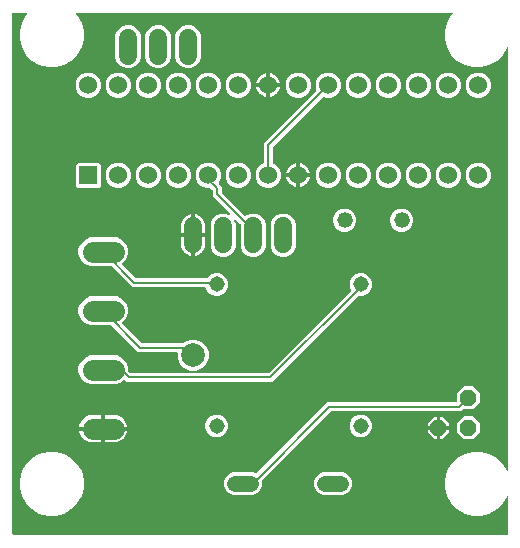
<source format=gbl>
G04 EAGLE Gerber RS-274X export*
G75*
%MOMM*%
%FSLAX34Y34*%
%LPD*%
%INBottom Copper*%
%IPPOS*%
%AMOC8*
5,1,8,0,0,1.08239X$1,22.5*%
G01*
%ADD10C,2.010000*%
%ADD11C,1.308000*%
%ADD12R,1.524000X1.524000*%
%ADD13C,1.524000*%
%ADD14C,1.524000*%
%ADD15C,1.320800*%
%ADD16C,1.790700*%
%ADD17P,1.429621X8X22.500000*%
%ADD18C,1.320800*%
%ADD19C,1.006400*%
%ADD20C,0.152400*%

G36*
X405698Y-63336D02*
X405698Y-63336D01*
X405717Y-63338D01*
X405819Y-63316D01*
X405921Y-63300D01*
X405938Y-63290D01*
X405958Y-63286D01*
X406047Y-63233D01*
X406138Y-63184D01*
X406152Y-63170D01*
X406169Y-63160D01*
X406236Y-63081D01*
X406308Y-63006D01*
X406316Y-62988D01*
X406329Y-62973D01*
X406368Y-62877D01*
X406411Y-62783D01*
X406413Y-62763D01*
X406421Y-62745D01*
X406439Y-62578D01*
X406439Y-31368D01*
X406432Y-31321D01*
X406433Y-31273D01*
X406412Y-31200D01*
X406400Y-31126D01*
X406377Y-31083D01*
X406363Y-31037D01*
X406320Y-30975D01*
X406284Y-30908D01*
X406250Y-30875D01*
X406222Y-30836D01*
X406161Y-30791D01*
X406106Y-30739D01*
X406063Y-30719D01*
X406024Y-30690D01*
X405952Y-30667D01*
X405883Y-30635D01*
X405835Y-30630D01*
X405790Y-30615D01*
X405714Y-30616D01*
X405639Y-30608D01*
X405592Y-30618D01*
X405544Y-30619D01*
X405472Y-30644D01*
X405398Y-30660D01*
X405357Y-30685D01*
X405312Y-30701D01*
X405252Y-30748D01*
X405187Y-30786D01*
X405156Y-30823D01*
X405118Y-30852D01*
X405042Y-30956D01*
X405027Y-30973D01*
X405025Y-30980D01*
X405019Y-30988D01*
X401734Y-36677D01*
X396677Y-41734D01*
X390484Y-45310D01*
X383576Y-47161D01*
X376424Y-47161D01*
X369516Y-45310D01*
X363323Y-41734D01*
X358266Y-36677D01*
X354690Y-30484D01*
X352839Y-23576D01*
X352839Y-16424D01*
X354690Y-9516D01*
X358266Y-3323D01*
X363323Y1734D01*
X369516Y5310D01*
X376424Y7161D01*
X383576Y7161D01*
X390484Y5310D01*
X396677Y1734D01*
X401734Y-3323D01*
X405019Y-9012D01*
X405049Y-9049D01*
X405072Y-9092D01*
X405127Y-9144D01*
X405175Y-9203D01*
X405215Y-9228D01*
X405250Y-9261D01*
X405319Y-9293D01*
X405383Y-9333D01*
X405430Y-9345D01*
X405473Y-9365D01*
X405548Y-9373D01*
X405622Y-9391D01*
X405670Y-9387D01*
X405717Y-9392D01*
X405792Y-9376D01*
X405867Y-9369D01*
X405911Y-9350D01*
X405958Y-9340D01*
X406023Y-9301D01*
X406092Y-9270D01*
X406128Y-9238D01*
X406169Y-9214D01*
X406218Y-9156D01*
X406274Y-9105D01*
X406298Y-9063D01*
X406329Y-9027D01*
X406357Y-8956D01*
X406394Y-8890D01*
X406403Y-8843D01*
X406421Y-8798D01*
X406435Y-8670D01*
X406439Y-8648D01*
X406438Y-8642D01*
X406439Y-8632D01*
X406439Y348632D01*
X406432Y348679D01*
X406433Y348727D01*
X406412Y348800D01*
X406400Y348874D01*
X406377Y348917D01*
X406363Y348963D01*
X406320Y349025D01*
X406284Y349092D01*
X406250Y349125D01*
X406222Y349164D01*
X406161Y349209D01*
X406106Y349261D01*
X406063Y349281D01*
X406024Y349310D01*
X405952Y349333D01*
X405883Y349365D01*
X405835Y349370D01*
X405790Y349385D01*
X405714Y349384D01*
X405639Y349392D01*
X405592Y349382D01*
X405544Y349381D01*
X405472Y349356D01*
X405398Y349340D01*
X405357Y349315D01*
X405312Y349299D01*
X405252Y349252D01*
X405187Y349214D01*
X405156Y349177D01*
X405118Y349148D01*
X405042Y349044D01*
X405027Y349027D01*
X405025Y349020D01*
X405019Y349012D01*
X401734Y343323D01*
X396677Y338266D01*
X390484Y334690D01*
X383576Y332839D01*
X376424Y332839D01*
X369516Y334690D01*
X363323Y338266D01*
X358266Y343323D01*
X354690Y349516D01*
X352839Y356424D01*
X352839Y363576D01*
X354690Y370484D01*
X358266Y376677D01*
X359129Y377540D01*
X359171Y377598D01*
X359220Y377650D01*
X359242Y377697D01*
X359272Y377739D01*
X359293Y377808D01*
X359324Y377873D01*
X359329Y377925D01*
X359345Y377975D01*
X359343Y378046D01*
X359351Y378117D01*
X359340Y378168D01*
X359338Y378220D01*
X359314Y378288D01*
X359298Y378358D01*
X359272Y378403D01*
X359254Y378451D01*
X359209Y378507D01*
X359172Y378569D01*
X359133Y378603D01*
X359100Y378643D01*
X359040Y378682D01*
X358985Y378729D01*
X358937Y378748D01*
X358893Y378776D01*
X358824Y378794D01*
X358757Y378821D01*
X358686Y378829D01*
X358655Y378837D01*
X358631Y378835D01*
X358590Y378839D01*
X41410Y378839D01*
X41339Y378828D01*
X41267Y378826D01*
X41218Y378808D01*
X41167Y378800D01*
X41104Y378766D01*
X41036Y378741D01*
X40996Y378709D01*
X40949Y378684D01*
X40900Y378632D01*
X40844Y378588D01*
X40816Y378544D01*
X40780Y378506D01*
X40750Y378441D01*
X40711Y378381D01*
X40698Y378330D01*
X40676Y378283D01*
X40669Y378212D01*
X40651Y378142D01*
X40655Y378090D01*
X40649Y378039D01*
X40665Y377968D01*
X40670Y377897D01*
X40691Y377849D01*
X40702Y377798D01*
X40738Y377737D01*
X40767Y377671D01*
X40811Y377615D01*
X40828Y377587D01*
X40846Y377572D01*
X40871Y377540D01*
X41734Y376677D01*
X45310Y370484D01*
X47161Y363576D01*
X47161Y356424D01*
X45310Y349516D01*
X41734Y343323D01*
X36677Y338266D01*
X30484Y334690D01*
X23576Y332839D01*
X16424Y332839D01*
X9516Y334690D01*
X3323Y338266D01*
X-1734Y343323D01*
X-5310Y349516D01*
X-7161Y356424D01*
X-7161Y363576D01*
X-5310Y370484D01*
X-1734Y376677D01*
X-871Y377540D01*
X-829Y377598D01*
X-780Y377650D01*
X-758Y377697D01*
X-728Y377739D01*
X-707Y377808D01*
X-676Y377873D01*
X-671Y377925D01*
X-655Y377975D01*
X-657Y378046D01*
X-649Y378117D01*
X-660Y378168D01*
X-662Y378220D01*
X-686Y378288D01*
X-702Y378358D01*
X-728Y378403D01*
X-746Y378451D01*
X-791Y378507D01*
X-828Y378569D01*
X-867Y378603D01*
X-900Y378643D01*
X-960Y378682D01*
X-1015Y378729D01*
X-1063Y378748D01*
X-1107Y378776D01*
X-1176Y378794D01*
X-1243Y378821D01*
X-1314Y378829D01*
X-1345Y378837D01*
X-1369Y378835D01*
X-1410Y378839D01*
X-12578Y378839D01*
X-12598Y378836D01*
X-12617Y378838D01*
X-12719Y378816D01*
X-12821Y378800D01*
X-12838Y378790D01*
X-12858Y378786D01*
X-12947Y378733D01*
X-13038Y378684D01*
X-13052Y378670D01*
X-13069Y378660D01*
X-13136Y378581D01*
X-13208Y378506D01*
X-13216Y378488D01*
X-13229Y378473D01*
X-13268Y378377D01*
X-13311Y378283D01*
X-13313Y378263D01*
X-13321Y378245D01*
X-13339Y378078D01*
X-13339Y-62578D01*
X-13336Y-62598D01*
X-13338Y-62617D01*
X-13316Y-62719D01*
X-13300Y-62821D01*
X-13290Y-62838D01*
X-13286Y-62858D01*
X-13233Y-62947D01*
X-13184Y-63038D01*
X-13170Y-63052D01*
X-13160Y-63069D01*
X-13081Y-63136D01*
X-13006Y-63208D01*
X-12988Y-63216D01*
X-12973Y-63229D01*
X-12877Y-63268D01*
X-12783Y-63311D01*
X-12763Y-63313D01*
X-12745Y-63321D01*
X-12578Y-63339D01*
X405678Y-63339D01*
X405698Y-63336D01*
G37*
%LPC*%
G36*
X52159Y64598D02*
X52159Y64598D01*
X47748Y66425D01*
X44372Y69801D01*
X42544Y74213D01*
X42544Y78987D01*
X44372Y83399D01*
X47748Y86775D01*
X52159Y88602D01*
X74841Y88602D01*
X79252Y86775D01*
X82628Y83399D01*
X84456Y78987D01*
X84456Y76249D01*
X84470Y76159D01*
X84478Y76068D01*
X84490Y76038D01*
X84495Y76006D01*
X84538Y75925D01*
X84574Y75841D01*
X84600Y75809D01*
X84611Y75789D01*
X84634Y75767D01*
X84679Y75710D01*
X86356Y74034D01*
X86430Y73981D01*
X86499Y73921D01*
X86529Y73909D01*
X86555Y73890D01*
X86642Y73863D01*
X86727Y73829D01*
X86768Y73825D01*
X86790Y73818D01*
X86823Y73819D01*
X86894Y73811D01*
X203106Y73811D01*
X203196Y73825D01*
X203287Y73833D01*
X203317Y73845D01*
X203349Y73850D01*
X203430Y73893D01*
X203514Y73929D01*
X203546Y73955D01*
X203566Y73966D01*
X203589Y73989D01*
X203644Y74034D01*
X273067Y143457D01*
X273136Y143551D01*
X273205Y143645D01*
X273207Y143651D01*
X273211Y143656D01*
X273245Y143768D01*
X273281Y143879D01*
X273281Y143885D01*
X273283Y143891D01*
X273280Y144008D01*
X273279Y144125D01*
X273277Y144132D01*
X273277Y144137D01*
X273271Y144155D01*
X273232Y144286D01*
X272111Y146993D01*
X272111Y150807D01*
X273571Y154332D01*
X276268Y157029D01*
X279793Y158489D01*
X283607Y158489D01*
X287132Y157029D01*
X289829Y154332D01*
X291289Y150807D01*
X291289Y146993D01*
X289829Y143468D01*
X287132Y140771D01*
X283607Y139311D01*
X280016Y139311D01*
X279926Y139297D01*
X279835Y139289D01*
X279805Y139277D01*
X279773Y139272D01*
X279692Y139229D01*
X279608Y139193D01*
X279576Y139167D01*
X279556Y139156D01*
X279533Y139133D01*
X279478Y139088D01*
X206578Y66189D01*
X83422Y66189D01*
X81757Y67854D01*
X81741Y67865D01*
X81729Y67881D01*
X81641Y67937D01*
X81558Y67997D01*
X81539Y68003D01*
X81522Y68014D01*
X81421Y68039D01*
X81322Y68069D01*
X81303Y68069D01*
X81283Y68074D01*
X81180Y68066D01*
X81077Y68063D01*
X81058Y68056D01*
X81038Y68055D01*
X80943Y68014D01*
X80846Y67979D01*
X80830Y67966D01*
X80812Y67958D01*
X80681Y67854D01*
X79252Y66425D01*
X74841Y64598D01*
X52159Y64598D01*
G37*
%LPD*%
%LPC*%
G36*
X173376Y-29653D02*
X173376Y-29653D01*
X169828Y-28183D01*
X167113Y-25468D01*
X165643Y-21920D01*
X165643Y-18080D01*
X167113Y-14532D01*
X169828Y-11817D01*
X173376Y-10347D01*
X190424Y-10347D01*
X192669Y-11277D01*
X192783Y-11304D01*
X192896Y-11332D01*
X192902Y-11332D01*
X192909Y-11333D01*
X193025Y-11322D01*
X193141Y-11313D01*
X193147Y-11311D01*
X193153Y-11310D01*
X193261Y-11262D01*
X193368Y-11217D01*
X193374Y-11212D01*
X193378Y-11210D01*
X193392Y-11198D01*
X193499Y-11112D01*
X253422Y48811D01*
X362286Y48811D01*
X362306Y48814D01*
X362325Y48812D01*
X362427Y48834D01*
X362529Y48850D01*
X362546Y48860D01*
X362566Y48864D01*
X362655Y48917D01*
X362746Y48966D01*
X362760Y48980D01*
X362777Y48990D01*
X362844Y49069D01*
X362916Y49144D01*
X362924Y49162D01*
X362937Y49177D01*
X362976Y49273D01*
X363019Y49367D01*
X363021Y49387D01*
X363029Y49405D01*
X363047Y49572D01*
X363047Y56698D01*
X368702Y62353D01*
X376698Y62353D01*
X382353Y56698D01*
X382353Y48702D01*
X376698Y43047D01*
X368752Y43047D01*
X368662Y43033D01*
X368571Y43025D01*
X368541Y43013D01*
X368509Y43008D01*
X368428Y42965D01*
X368344Y42929D01*
X368312Y42903D01*
X368292Y42892D01*
X368269Y42869D01*
X368214Y42824D01*
X366578Y41189D01*
X256894Y41189D01*
X256804Y41175D01*
X256713Y41167D01*
X256683Y41155D01*
X256651Y41150D01*
X256570Y41107D01*
X256486Y41071D01*
X256454Y41045D01*
X256434Y41034D01*
X256411Y41011D01*
X256356Y40966D01*
X198268Y-17121D01*
X198205Y-17209D01*
X198179Y-17236D01*
X198169Y-17257D01*
X198130Y-17310D01*
X198128Y-17316D01*
X198125Y-17321D01*
X198095Y-17417D01*
X198075Y-17459D01*
X198072Y-17488D01*
X198054Y-17544D01*
X198054Y-17550D01*
X198052Y-17556D01*
X198055Y-17647D01*
X198048Y-17704D01*
X198056Y-17739D01*
X198056Y-17790D01*
X198059Y-17797D01*
X198059Y-17802D01*
X198065Y-17819D01*
X198098Y-17934D01*
X198101Y-17944D01*
X198102Y-17946D01*
X198103Y-17951D01*
X198157Y-18080D01*
X198157Y-21920D01*
X196687Y-25468D01*
X193972Y-28183D01*
X190424Y-29653D01*
X173376Y-29653D01*
G37*
%LPD*%
%LPC*%
G36*
X16424Y-47161D02*
X16424Y-47161D01*
X9516Y-45310D01*
X3323Y-41734D01*
X-1734Y-36677D01*
X-5310Y-30484D01*
X-7161Y-23576D01*
X-7161Y-16424D01*
X-5310Y-9516D01*
X-1734Y-3323D01*
X3323Y1734D01*
X9516Y5310D01*
X16424Y7161D01*
X23576Y7161D01*
X30484Y5310D01*
X36677Y1734D01*
X41734Y-3323D01*
X45310Y-9516D01*
X47161Y-16424D01*
X47161Y-23576D01*
X45310Y-30484D01*
X41734Y-36677D01*
X36677Y-41734D01*
X30484Y-45310D01*
X23576Y-47161D01*
X16424Y-47161D01*
G37*
%LPD*%
%LPC*%
G36*
X162978Y172211D02*
X162978Y172211D01*
X159057Y173835D01*
X156055Y176837D01*
X154431Y180758D01*
X154431Y200242D01*
X156055Y204163D01*
X159057Y207165D01*
X162978Y208789D01*
X167222Y208789D01*
X169832Y207708D01*
X169898Y207692D01*
X169918Y207684D01*
X169938Y207682D01*
X170020Y207657D01*
X170046Y207658D01*
X170071Y207652D01*
X170168Y207661D01*
X170266Y207663D01*
X170290Y207672D01*
X170316Y207675D01*
X170405Y207714D01*
X170497Y207748D01*
X170517Y207764D01*
X170541Y207775D01*
X170613Y207840D01*
X170689Y207901D01*
X170703Y207923D01*
X170722Y207941D01*
X170769Y208026D01*
X170822Y208108D01*
X170828Y208134D01*
X170841Y208157D01*
X170858Y208253D01*
X170882Y208347D01*
X170880Y208373D01*
X170884Y208399D01*
X170870Y208495D01*
X170863Y208592D01*
X170852Y208616D01*
X170849Y208642D01*
X170804Y208729D01*
X170766Y208818D01*
X170746Y208844D01*
X170737Y208861D01*
X170713Y208884D01*
X170696Y208906D01*
X170689Y208918D01*
X170681Y208925D01*
X170661Y208949D01*
X156189Y223422D01*
X156189Y228106D01*
X156175Y228196D01*
X156167Y228287D01*
X156155Y228317D01*
X156150Y228349D01*
X156107Y228430D01*
X156071Y228514D01*
X156045Y228546D01*
X156034Y228566D01*
X156011Y228589D01*
X155966Y228644D01*
X154202Y230408D01*
X154129Y230461D01*
X154059Y230521D01*
X154029Y230533D01*
X154003Y230552D01*
X153916Y230579D01*
X153831Y230613D01*
X153790Y230617D01*
X153768Y230624D01*
X153735Y230623D01*
X153664Y230631D01*
X150278Y230631D01*
X146357Y232255D01*
X143355Y235257D01*
X141731Y239178D01*
X141731Y243422D01*
X143355Y247343D01*
X146357Y250345D01*
X150278Y251969D01*
X154522Y251969D01*
X158443Y250345D01*
X161445Y247343D01*
X163069Y243422D01*
X163069Y239178D01*
X161445Y235257D01*
X161327Y235139D01*
X161315Y235123D01*
X161300Y235110D01*
X161244Y235023D01*
X161183Y234939D01*
X161177Y234920D01*
X161167Y234903D01*
X161141Y234803D01*
X161111Y234704D01*
X161111Y234684D01*
X161107Y234665D01*
X161115Y234562D01*
X161117Y234458D01*
X161124Y234440D01*
X161126Y234420D01*
X161166Y234325D01*
X161202Y234227D01*
X161214Y234212D01*
X161222Y234193D01*
X161327Y234062D01*
X163811Y231578D01*
X163811Y226894D01*
X163825Y226804D01*
X163833Y226713D01*
X163845Y226683D01*
X163850Y226651D01*
X163893Y226570D01*
X163929Y226486D01*
X163955Y226454D01*
X163966Y226434D01*
X163989Y226411D01*
X164034Y226356D01*
X183302Y207087D01*
X183319Y207075D01*
X183331Y207060D01*
X183418Y207003D01*
X183502Y206943D01*
X183521Y206937D01*
X183538Y206927D01*
X183638Y206901D01*
X183737Y206871D01*
X183757Y206871D01*
X183776Y206867D01*
X183879Y206875D01*
X183983Y206877D01*
X184002Y206884D01*
X184022Y206886D01*
X184116Y206926D01*
X184214Y206962D01*
X184230Y206974D01*
X184248Y206982D01*
X184379Y207087D01*
X184457Y207165D01*
X188378Y208789D01*
X192622Y208789D01*
X196543Y207165D01*
X199545Y204163D01*
X201169Y200242D01*
X201169Y180758D01*
X199545Y176837D01*
X196543Y173835D01*
X192622Y172211D01*
X188378Y172211D01*
X184457Y173835D01*
X181455Y176837D01*
X179831Y180758D01*
X179831Y199464D01*
X179817Y199554D01*
X179809Y199645D01*
X179797Y199675D01*
X179792Y199707D01*
X179749Y199788D01*
X179713Y199872D01*
X179687Y199904D01*
X179676Y199924D01*
X179653Y199947D01*
X179608Y200002D01*
X175929Y203681D01*
X175850Y203738D01*
X175775Y203800D01*
X175751Y203810D01*
X175730Y203825D01*
X175637Y203854D01*
X175546Y203889D01*
X175520Y203890D01*
X175495Y203897D01*
X175397Y203895D01*
X175300Y203899D01*
X175275Y203892D01*
X175249Y203891D01*
X175157Y203857D01*
X175064Y203830D01*
X175042Y203816D01*
X175018Y203807D01*
X174942Y203746D01*
X174862Y203690D01*
X174846Y203669D01*
X174826Y203653D01*
X174773Y203571D01*
X174715Y203493D01*
X174707Y203468D01*
X174693Y203446D01*
X174669Y203352D01*
X174639Y203259D01*
X174639Y203233D01*
X174633Y203207D01*
X174640Y203110D01*
X174641Y203013D01*
X174650Y202982D01*
X174652Y202962D01*
X174665Y202932D01*
X174688Y202852D01*
X175769Y200242D01*
X175769Y180758D01*
X174145Y176837D01*
X171143Y173835D01*
X167222Y172211D01*
X162978Y172211D01*
G37*
%LPD*%
%LPC*%
G36*
X137095Y75801D02*
X137095Y75801D01*
X132280Y77795D01*
X128595Y81480D01*
X126601Y86295D01*
X126601Y90428D01*
X126598Y90448D01*
X126600Y90467D01*
X126578Y90569D01*
X126562Y90671D01*
X126552Y90688D01*
X126548Y90708D01*
X126495Y90797D01*
X126446Y90888D01*
X126432Y90902D01*
X126422Y90919D01*
X126343Y90986D01*
X126268Y91058D01*
X126250Y91066D01*
X126235Y91079D01*
X126139Y91118D01*
X126045Y91161D01*
X126025Y91163D01*
X126007Y91171D01*
X125840Y91189D01*
X93422Y91189D01*
X90966Y93644D01*
X70236Y114375D01*
X70162Y114428D01*
X70093Y114487D01*
X70062Y114500D01*
X70036Y114518D01*
X69949Y114545D01*
X69864Y114579D01*
X69824Y114584D01*
X69801Y114591D01*
X69769Y114590D01*
X69698Y114598D01*
X52159Y114598D01*
X47748Y116425D01*
X44372Y119801D01*
X42544Y124213D01*
X42544Y128987D01*
X44372Y133399D01*
X47748Y136775D01*
X52159Y138602D01*
X74841Y138602D01*
X79252Y136775D01*
X82628Y133399D01*
X84456Y128987D01*
X84456Y124213D01*
X82628Y119801D01*
X79646Y116819D01*
X79635Y116803D01*
X79619Y116791D01*
X79563Y116703D01*
X79503Y116620D01*
X79497Y116601D01*
X79486Y116584D01*
X79461Y116483D01*
X79431Y116384D01*
X79431Y116365D01*
X79426Y116345D01*
X79434Y116242D01*
X79437Y116139D01*
X79444Y116120D01*
X79445Y116100D01*
X79486Y116005D01*
X79521Y115908D01*
X79534Y115892D01*
X79542Y115874D01*
X79646Y115743D01*
X96356Y99034D01*
X96429Y98981D01*
X96499Y98921D01*
X96529Y98909D01*
X96555Y98890D01*
X96642Y98863D01*
X96727Y98829D01*
X96768Y98825D01*
X96790Y98818D01*
X96823Y98819D01*
X96894Y98811D01*
X130771Y98811D01*
X130861Y98825D01*
X130952Y98833D01*
X130982Y98845D01*
X131014Y98850D01*
X131094Y98893D01*
X131178Y98929D01*
X131210Y98955D01*
X131231Y98966D01*
X131253Y98989D01*
X131309Y99034D01*
X132280Y100005D01*
X137095Y101999D01*
X142305Y101999D01*
X147120Y100005D01*
X150805Y96320D01*
X152799Y91505D01*
X152799Y86295D01*
X150805Y81480D01*
X147120Y77795D01*
X142305Y75801D01*
X137095Y75801D01*
G37*
%LPD*%
%LPC*%
G36*
X157793Y139311D02*
X157793Y139311D01*
X154268Y140771D01*
X151571Y143468D01*
X150639Y145719D01*
X150577Y145819D01*
X150517Y145919D01*
X150512Y145923D01*
X150509Y145928D01*
X150419Y146003D01*
X150330Y146079D01*
X150324Y146081D01*
X150320Y146085D01*
X150211Y146127D01*
X150102Y146171D01*
X150095Y146172D01*
X150090Y146173D01*
X150072Y146174D01*
X149935Y146189D01*
X88422Y146189D01*
X70236Y164375D01*
X70162Y164428D01*
X70093Y164487D01*
X70062Y164500D01*
X70036Y164518D01*
X69949Y164545D01*
X69864Y164579D01*
X69823Y164584D01*
X69801Y164591D01*
X69769Y164590D01*
X69698Y164598D01*
X52159Y164598D01*
X47748Y166425D01*
X44372Y169801D01*
X42544Y174213D01*
X42544Y178987D01*
X44372Y183399D01*
X47748Y186775D01*
X52159Y188602D01*
X74841Y188602D01*
X79252Y186775D01*
X82628Y183399D01*
X84456Y178987D01*
X84456Y174213D01*
X82628Y169801D01*
X79646Y166819D01*
X79635Y166803D01*
X79619Y166791D01*
X79563Y166703D01*
X79503Y166620D01*
X79497Y166601D01*
X79486Y166584D01*
X79461Y166483D01*
X79431Y166384D01*
X79431Y166365D01*
X79426Y166345D01*
X79434Y166242D01*
X79437Y166139D01*
X79444Y166120D01*
X79445Y166100D01*
X79486Y166005D01*
X79521Y165908D01*
X79534Y165892D01*
X79542Y165874D01*
X79646Y165743D01*
X91356Y154034D01*
X91429Y153981D01*
X91499Y153921D01*
X91529Y153909D01*
X91555Y153890D01*
X91642Y153863D01*
X91727Y153829D01*
X91768Y153825D01*
X91790Y153818D01*
X91823Y153819D01*
X91894Y153811D01*
X150847Y153811D01*
X150961Y153829D01*
X151078Y153847D01*
X151083Y153849D01*
X151089Y153850D01*
X151192Y153905D01*
X151297Y153958D01*
X151301Y153963D01*
X151307Y153966D01*
X151388Y154051D01*
X151469Y154134D01*
X151473Y154140D01*
X151476Y154144D01*
X151484Y154161D01*
X151550Y154281D01*
X151571Y154332D01*
X154268Y157029D01*
X157793Y158489D01*
X161607Y158489D01*
X165132Y157029D01*
X167829Y154332D01*
X169289Y150807D01*
X169289Y146993D01*
X167829Y143468D01*
X165132Y140771D01*
X161607Y139311D01*
X157793Y139311D01*
G37*
%LPD*%
%LPC*%
G36*
X201078Y230631D02*
X201078Y230631D01*
X197157Y232255D01*
X194155Y235257D01*
X192531Y239178D01*
X192531Y243422D01*
X194155Y247343D01*
X197157Y250345D01*
X198919Y251075D01*
X199019Y251137D01*
X199119Y251196D01*
X199123Y251201D01*
X199128Y251204D01*
X199203Y251295D01*
X199279Y251383D01*
X199281Y251389D01*
X199285Y251394D01*
X199327Y251502D01*
X199371Y251611D01*
X199372Y251619D01*
X199373Y251623D01*
X199374Y251642D01*
X199389Y251778D01*
X199389Y268278D01*
X243896Y312786D01*
X243964Y312880D01*
X244034Y312974D01*
X244036Y312980D01*
X244040Y312985D01*
X244074Y313096D01*
X244110Y313208D01*
X244110Y313214D01*
X244112Y313220D01*
X244109Y313337D01*
X244108Y313454D01*
X244106Y313461D01*
X244106Y313466D01*
X244099Y313484D01*
X244061Y313615D01*
X243331Y315378D01*
X243331Y319622D01*
X244955Y323543D01*
X247957Y326545D01*
X251878Y328169D01*
X256122Y328169D01*
X260043Y326545D01*
X263045Y323543D01*
X264669Y319622D01*
X264669Y315378D01*
X263045Y311457D01*
X260043Y308455D01*
X256122Y306831D01*
X251878Y306831D01*
X250115Y307561D01*
X250002Y307588D01*
X249888Y307617D01*
X249882Y307616D01*
X249876Y307618D01*
X249759Y307607D01*
X249643Y307597D01*
X249637Y307595D01*
X249631Y307594D01*
X249523Y307547D01*
X249417Y307501D01*
X249411Y307497D01*
X249406Y307494D01*
X249392Y307482D01*
X249286Y307396D01*
X207234Y265344D01*
X207181Y265271D01*
X207121Y265201D01*
X207109Y265171D01*
X207090Y265145D01*
X207063Y265058D01*
X207029Y264973D01*
X207025Y264932D01*
X207018Y264910D01*
X207019Y264877D01*
X207011Y264806D01*
X207011Y251778D01*
X207030Y251663D01*
X207047Y251547D01*
X207049Y251541D01*
X207050Y251535D01*
X207105Y251432D01*
X207158Y251328D01*
X207163Y251323D01*
X207166Y251318D01*
X207250Y251238D01*
X207334Y251156D01*
X207340Y251152D01*
X207344Y251148D01*
X207361Y251141D01*
X207481Y251075D01*
X209243Y250345D01*
X212245Y247343D01*
X213869Y243422D01*
X213869Y239178D01*
X212245Y235257D01*
X209243Y232255D01*
X205322Y230631D01*
X201078Y230631D01*
G37*
%LPD*%
%LPC*%
G36*
X133278Y331711D02*
X133278Y331711D01*
X129357Y333335D01*
X126355Y336337D01*
X124731Y340258D01*
X124731Y359742D01*
X126355Y363663D01*
X129357Y366665D01*
X133278Y368289D01*
X137522Y368289D01*
X141443Y366665D01*
X144445Y363663D01*
X146069Y359742D01*
X146069Y340258D01*
X144445Y336337D01*
X141443Y333335D01*
X137522Y331711D01*
X133278Y331711D01*
G37*
%LPD*%
%LPC*%
G36*
X107878Y331711D02*
X107878Y331711D01*
X103957Y333335D01*
X100955Y336337D01*
X99331Y340258D01*
X99331Y359742D01*
X100955Y363663D01*
X103957Y366665D01*
X107878Y368289D01*
X112122Y368289D01*
X116043Y366665D01*
X119045Y363663D01*
X120669Y359742D01*
X120669Y340258D01*
X119045Y336337D01*
X116043Y333335D01*
X112122Y331711D01*
X107878Y331711D01*
G37*
%LPD*%
%LPC*%
G36*
X82478Y331711D02*
X82478Y331711D01*
X78557Y333335D01*
X75555Y336337D01*
X73931Y340258D01*
X73931Y359742D01*
X75555Y363663D01*
X78557Y366665D01*
X82478Y368289D01*
X86722Y368289D01*
X90643Y366665D01*
X93645Y363663D01*
X95269Y359742D01*
X95269Y340258D01*
X93645Y336337D01*
X90643Y333335D01*
X86722Y331711D01*
X82478Y331711D01*
G37*
%LPD*%
%LPC*%
G36*
X213778Y172211D02*
X213778Y172211D01*
X209857Y173835D01*
X206855Y176837D01*
X205231Y180758D01*
X205231Y200242D01*
X206855Y204163D01*
X209857Y207165D01*
X213778Y208789D01*
X218022Y208789D01*
X221943Y207165D01*
X224945Y204163D01*
X226569Y200242D01*
X226569Y180758D01*
X224945Y176837D01*
X221943Y173835D01*
X218022Y172211D01*
X213778Y172211D01*
G37*
%LPD*%
%LPC*%
G36*
X249576Y-29653D02*
X249576Y-29653D01*
X246028Y-28183D01*
X243313Y-25468D01*
X241843Y-21920D01*
X241843Y-18080D01*
X243313Y-14532D01*
X246028Y-11817D01*
X249576Y-10347D01*
X266624Y-10347D01*
X270172Y-11817D01*
X272887Y-14532D01*
X274357Y-18080D01*
X274357Y-21920D01*
X272887Y-25468D01*
X270172Y-28183D01*
X266624Y-29653D01*
X249576Y-29653D01*
G37*
%LPD*%
%LPC*%
G36*
X41917Y230631D02*
X41917Y230631D01*
X40131Y232417D01*
X40131Y250183D01*
X41917Y251969D01*
X59683Y251969D01*
X61469Y250183D01*
X61469Y232417D01*
X59683Y230631D01*
X41917Y230631D01*
G37*
%LPD*%
%LPC*%
G36*
X302678Y306831D02*
X302678Y306831D01*
X298757Y308455D01*
X295755Y311457D01*
X294131Y315378D01*
X294131Y319622D01*
X295755Y323543D01*
X298757Y326545D01*
X302678Y328169D01*
X306922Y328169D01*
X310843Y326545D01*
X313845Y323543D01*
X315469Y319622D01*
X315469Y315378D01*
X313845Y311457D01*
X310843Y308455D01*
X306922Y306831D01*
X302678Y306831D01*
G37*
%LPD*%
%LPC*%
G36*
X74078Y306831D02*
X74078Y306831D01*
X70157Y308455D01*
X67155Y311457D01*
X65531Y315378D01*
X65531Y319622D01*
X67155Y323543D01*
X70157Y326545D01*
X74078Y328169D01*
X78322Y328169D01*
X82243Y326545D01*
X85245Y323543D01*
X86869Y319622D01*
X86869Y315378D01*
X85245Y311457D01*
X82243Y308455D01*
X78322Y306831D01*
X74078Y306831D01*
G37*
%LPD*%
%LPC*%
G36*
X99478Y306831D02*
X99478Y306831D01*
X95557Y308455D01*
X92555Y311457D01*
X90931Y315378D01*
X90931Y319622D01*
X92555Y323543D01*
X95557Y326545D01*
X99478Y328169D01*
X103722Y328169D01*
X107643Y326545D01*
X110645Y323543D01*
X112269Y319622D01*
X112269Y315378D01*
X110645Y311457D01*
X107643Y308455D01*
X103722Y306831D01*
X99478Y306831D01*
G37*
%LPD*%
%LPC*%
G36*
X226478Y306831D02*
X226478Y306831D01*
X222557Y308455D01*
X219555Y311457D01*
X217931Y315378D01*
X217931Y319622D01*
X219555Y323543D01*
X222557Y326545D01*
X226478Y328169D01*
X230722Y328169D01*
X234643Y326545D01*
X237645Y323543D01*
X239269Y319622D01*
X239269Y315378D01*
X237645Y311457D01*
X234643Y308455D01*
X230722Y306831D01*
X226478Y306831D01*
G37*
%LPD*%
%LPC*%
G36*
X48678Y306831D02*
X48678Y306831D01*
X44757Y308455D01*
X41755Y311457D01*
X40131Y315378D01*
X40131Y319622D01*
X41755Y323543D01*
X44757Y326545D01*
X48678Y328169D01*
X52922Y328169D01*
X56843Y326545D01*
X59845Y323543D01*
X61469Y319622D01*
X61469Y315378D01*
X59845Y311457D01*
X56843Y308455D01*
X52922Y306831D01*
X48678Y306831D01*
G37*
%LPD*%
%LPC*%
G36*
X150278Y306831D02*
X150278Y306831D01*
X146357Y308455D01*
X143355Y311457D01*
X141731Y315378D01*
X141731Y319622D01*
X143355Y323543D01*
X146357Y326545D01*
X150278Y328169D01*
X154522Y328169D01*
X158443Y326545D01*
X161445Y323543D01*
X163069Y319622D01*
X163069Y315378D01*
X161445Y311457D01*
X158443Y308455D01*
X154522Y306831D01*
X150278Y306831D01*
G37*
%LPD*%
%LPC*%
G36*
X124878Y306831D02*
X124878Y306831D01*
X120957Y308455D01*
X117955Y311457D01*
X116331Y315378D01*
X116331Y319622D01*
X117955Y323543D01*
X120957Y326545D01*
X124878Y328169D01*
X129122Y328169D01*
X133043Y326545D01*
X136045Y323543D01*
X137669Y319622D01*
X137669Y315378D01*
X136045Y311457D01*
X133043Y308455D01*
X129122Y306831D01*
X124878Y306831D01*
G37*
%LPD*%
%LPC*%
G36*
X175678Y306831D02*
X175678Y306831D01*
X171757Y308455D01*
X168755Y311457D01*
X167131Y315378D01*
X167131Y319622D01*
X168755Y323543D01*
X171757Y326545D01*
X175678Y328169D01*
X179922Y328169D01*
X183843Y326545D01*
X186845Y323543D01*
X188469Y319622D01*
X188469Y315378D01*
X186845Y311457D01*
X183843Y308455D01*
X179922Y306831D01*
X175678Y306831D01*
G37*
%LPD*%
%LPC*%
G36*
X378878Y306831D02*
X378878Y306831D01*
X374957Y308455D01*
X371955Y311457D01*
X370331Y315378D01*
X370331Y319622D01*
X371955Y323543D01*
X374957Y326545D01*
X378878Y328169D01*
X383122Y328169D01*
X387043Y326545D01*
X390045Y323543D01*
X391669Y319622D01*
X391669Y315378D01*
X390045Y311457D01*
X387043Y308455D01*
X383122Y306831D01*
X378878Y306831D01*
G37*
%LPD*%
%LPC*%
G36*
X353478Y306831D02*
X353478Y306831D01*
X349557Y308455D01*
X346555Y311457D01*
X344931Y315378D01*
X344931Y319622D01*
X346555Y323543D01*
X349557Y326545D01*
X353478Y328169D01*
X357722Y328169D01*
X361643Y326545D01*
X364645Y323543D01*
X366269Y319622D01*
X366269Y315378D01*
X364645Y311457D01*
X361643Y308455D01*
X357722Y306831D01*
X353478Y306831D01*
G37*
%LPD*%
%LPC*%
G36*
X328078Y306831D02*
X328078Y306831D01*
X324157Y308455D01*
X321155Y311457D01*
X319531Y315378D01*
X319531Y319622D01*
X321155Y323543D01*
X324157Y326545D01*
X328078Y328169D01*
X332322Y328169D01*
X336243Y326545D01*
X339245Y323543D01*
X340869Y319622D01*
X340869Y315378D01*
X339245Y311457D01*
X336243Y308455D01*
X332322Y306831D01*
X328078Y306831D01*
G37*
%LPD*%
%LPC*%
G36*
X124878Y230631D02*
X124878Y230631D01*
X120957Y232255D01*
X117955Y235257D01*
X116331Y239178D01*
X116331Y243422D01*
X117955Y247343D01*
X120957Y250345D01*
X124878Y251969D01*
X129122Y251969D01*
X133043Y250345D01*
X136045Y247343D01*
X137669Y243422D01*
X137669Y239178D01*
X136045Y235257D01*
X133043Y232255D01*
X129122Y230631D01*
X124878Y230631D01*
G37*
%LPD*%
%LPC*%
G36*
X353478Y230631D02*
X353478Y230631D01*
X349557Y232255D01*
X346555Y235257D01*
X344931Y239178D01*
X344931Y243422D01*
X346555Y247343D01*
X349557Y250345D01*
X353478Y251969D01*
X357722Y251969D01*
X361643Y250345D01*
X364645Y247343D01*
X366269Y243422D01*
X366269Y239178D01*
X364645Y235257D01*
X361643Y232255D01*
X357722Y230631D01*
X353478Y230631D01*
G37*
%LPD*%
%LPC*%
G36*
X277278Y230631D02*
X277278Y230631D01*
X273357Y232255D01*
X270355Y235257D01*
X268731Y239178D01*
X268731Y243422D01*
X270355Y247343D01*
X273357Y250345D01*
X277278Y251969D01*
X281522Y251969D01*
X285443Y250345D01*
X288445Y247343D01*
X290069Y243422D01*
X290069Y239178D01*
X288445Y235257D01*
X285443Y232255D01*
X281522Y230631D01*
X277278Y230631D01*
G37*
%LPD*%
%LPC*%
G36*
X277278Y306831D02*
X277278Y306831D01*
X273357Y308455D01*
X270355Y311457D01*
X268731Y315378D01*
X268731Y319622D01*
X270355Y323543D01*
X273357Y326545D01*
X277278Y328169D01*
X281522Y328169D01*
X285443Y326545D01*
X288445Y323543D01*
X290069Y319622D01*
X290069Y315378D01*
X288445Y311457D01*
X285443Y308455D01*
X281522Y306831D01*
X277278Y306831D01*
G37*
%LPD*%
%LPC*%
G36*
X99478Y230631D02*
X99478Y230631D01*
X95557Y232255D01*
X92555Y235257D01*
X90931Y239178D01*
X90931Y243422D01*
X92555Y247343D01*
X95557Y250345D01*
X99478Y251969D01*
X103722Y251969D01*
X107643Y250345D01*
X110645Y247343D01*
X112269Y243422D01*
X112269Y239178D01*
X110645Y235257D01*
X107643Y232255D01*
X103722Y230631D01*
X99478Y230631D01*
G37*
%LPD*%
%LPC*%
G36*
X378878Y230631D02*
X378878Y230631D01*
X374957Y232255D01*
X371955Y235257D01*
X370331Y239178D01*
X370331Y243422D01*
X371955Y247343D01*
X374957Y250345D01*
X378878Y251969D01*
X383122Y251969D01*
X387043Y250345D01*
X390045Y247343D01*
X391669Y243422D01*
X391669Y239178D01*
X390045Y235257D01*
X387043Y232255D01*
X383122Y230631D01*
X378878Y230631D01*
G37*
%LPD*%
%LPC*%
G36*
X328078Y230631D02*
X328078Y230631D01*
X324157Y232255D01*
X321155Y235257D01*
X319531Y239178D01*
X319531Y243422D01*
X321155Y247343D01*
X324157Y250345D01*
X328078Y251969D01*
X332322Y251969D01*
X336243Y250345D01*
X339245Y247343D01*
X340869Y243422D01*
X340869Y239178D01*
X339245Y235257D01*
X336243Y232255D01*
X332322Y230631D01*
X328078Y230631D01*
G37*
%LPD*%
%LPC*%
G36*
X302678Y230631D02*
X302678Y230631D01*
X298757Y232255D01*
X295755Y235257D01*
X294131Y239178D01*
X294131Y243422D01*
X295755Y247343D01*
X298757Y250345D01*
X302678Y251969D01*
X306922Y251969D01*
X310843Y250345D01*
X313845Y247343D01*
X315469Y243422D01*
X315469Y239178D01*
X313845Y235257D01*
X310843Y232255D01*
X306922Y230631D01*
X302678Y230631D01*
G37*
%LPD*%
%LPC*%
G36*
X251878Y230631D02*
X251878Y230631D01*
X247957Y232255D01*
X244955Y235257D01*
X243331Y239178D01*
X243331Y243422D01*
X244955Y247343D01*
X247957Y250345D01*
X251878Y251969D01*
X256122Y251969D01*
X260043Y250345D01*
X263045Y247343D01*
X264669Y243422D01*
X264669Y239178D01*
X263045Y235257D01*
X260043Y232255D01*
X256122Y230631D01*
X251878Y230631D01*
G37*
%LPD*%
%LPC*%
G36*
X175678Y230631D02*
X175678Y230631D01*
X171757Y232255D01*
X168755Y235257D01*
X167131Y239178D01*
X167131Y243422D01*
X168755Y247343D01*
X171757Y250345D01*
X175678Y251969D01*
X179922Y251969D01*
X183843Y250345D01*
X186845Y247343D01*
X188469Y243422D01*
X188469Y239178D01*
X186845Y235257D01*
X183843Y232255D01*
X179922Y230631D01*
X175678Y230631D01*
G37*
%LPD*%
%LPC*%
G36*
X74078Y230631D02*
X74078Y230631D01*
X70157Y232255D01*
X67155Y235257D01*
X65531Y239178D01*
X65531Y243422D01*
X67155Y247343D01*
X70157Y250345D01*
X74078Y251969D01*
X78322Y251969D01*
X82243Y250345D01*
X85245Y247343D01*
X86869Y243422D01*
X86869Y239178D01*
X85245Y235257D01*
X82243Y232255D01*
X78322Y230631D01*
X74078Y230631D01*
G37*
%LPD*%
%LPC*%
G36*
X368702Y17647D02*
X368702Y17647D01*
X363047Y23302D01*
X363047Y31298D01*
X368702Y36953D01*
X376698Y36953D01*
X382353Y31298D01*
X382353Y23302D01*
X376698Y17647D01*
X368702Y17647D01*
G37*
%LPD*%
%LPC*%
G36*
X314310Y193547D02*
X314310Y193547D01*
X310762Y195017D01*
X308047Y197732D01*
X306577Y201280D01*
X306577Y205120D01*
X308047Y208668D01*
X310762Y211383D01*
X314310Y212853D01*
X318150Y212853D01*
X321698Y211383D01*
X324413Y208668D01*
X325883Y205120D01*
X325883Y201280D01*
X324413Y197732D01*
X321698Y195017D01*
X318150Y193547D01*
X314310Y193547D01*
G37*
%LPD*%
%LPC*%
G36*
X266050Y193547D02*
X266050Y193547D01*
X262502Y195017D01*
X259787Y197732D01*
X258317Y201280D01*
X258317Y205120D01*
X259787Y208668D01*
X262502Y211383D01*
X266050Y212853D01*
X269890Y212853D01*
X273438Y211383D01*
X276153Y208668D01*
X277623Y205120D01*
X277623Y201280D01*
X276153Y197732D01*
X273438Y195017D01*
X269890Y193547D01*
X266050Y193547D01*
G37*
%LPD*%
%LPC*%
G36*
X279793Y19311D02*
X279793Y19311D01*
X276268Y20771D01*
X273571Y23468D01*
X272111Y26993D01*
X272111Y30807D01*
X273571Y34332D01*
X276268Y37029D01*
X279793Y38489D01*
X283607Y38489D01*
X287132Y37029D01*
X289829Y34332D01*
X291289Y30807D01*
X291289Y26993D01*
X289829Y23468D01*
X287132Y20771D01*
X283607Y19311D01*
X279793Y19311D01*
G37*
%LPD*%
%LPC*%
G36*
X157793Y19311D02*
X157793Y19311D01*
X154268Y20771D01*
X151571Y23468D01*
X150111Y26993D01*
X150111Y30807D01*
X151571Y34332D01*
X154268Y37029D01*
X157793Y38489D01*
X161607Y38489D01*
X165132Y37029D01*
X167829Y34332D01*
X169289Y30807D01*
X169289Y26993D01*
X167829Y23468D01*
X165132Y20771D01*
X161607Y19311D01*
X157793Y19311D01*
G37*
%LPD*%
%LPC*%
G36*
X65023Y28123D02*
X65023Y28123D01*
X65023Y38094D01*
X73358Y38094D01*
X75145Y37811D01*
X76866Y37252D01*
X78478Y36431D01*
X79942Y35367D01*
X81221Y34088D01*
X82284Y32624D01*
X83106Y31012D01*
X83665Y29292D01*
X83850Y28123D01*
X65023Y28123D01*
G37*
%LPD*%
%LPC*%
G36*
X43150Y28123D02*
X43150Y28123D01*
X43335Y29292D01*
X43894Y31012D01*
X44716Y32624D01*
X45779Y34088D01*
X47058Y35367D01*
X48522Y36431D01*
X50134Y37252D01*
X51855Y37811D01*
X53642Y38094D01*
X61977Y38094D01*
X61977Y28123D01*
X43150Y28123D01*
G37*
%LPD*%
%LPC*%
G36*
X65023Y15106D02*
X65023Y15106D01*
X65023Y25077D01*
X83850Y25077D01*
X83665Y23908D01*
X83106Y22188D01*
X82284Y20576D01*
X81221Y19112D01*
X79942Y17833D01*
X78478Y16769D01*
X76866Y15948D01*
X75145Y15389D01*
X73358Y15106D01*
X65023Y15106D01*
G37*
%LPD*%
%LPC*%
G36*
X53642Y15106D02*
X53642Y15106D01*
X51855Y15389D01*
X50134Y15948D01*
X48522Y16769D01*
X47058Y17833D01*
X45779Y19112D01*
X44716Y20576D01*
X43894Y22188D01*
X43335Y23908D01*
X43150Y25077D01*
X61977Y25077D01*
X61977Y15106D01*
X53642Y15106D01*
G37*
%LPD*%
%LPC*%
G36*
X141223Y192023D02*
X141223Y192023D01*
X141223Y208166D01*
X142079Y208031D01*
X143600Y207536D01*
X145025Y206810D01*
X146319Y205870D01*
X147450Y204739D01*
X148390Y203445D01*
X149116Y202020D01*
X149611Y200499D01*
X149861Y198920D01*
X149861Y192023D01*
X141223Y192023D01*
G37*
%LPD*%
%LPC*%
G36*
X141223Y188977D02*
X141223Y188977D01*
X149861Y188977D01*
X149861Y182080D01*
X149611Y180501D01*
X149116Y178980D01*
X148390Y177555D01*
X147450Y176261D01*
X146319Y175130D01*
X145025Y174190D01*
X143600Y173464D01*
X142079Y172969D01*
X141223Y172834D01*
X141223Y188977D01*
G37*
%LPD*%
%LPC*%
G36*
X129539Y192023D02*
X129539Y192023D01*
X129539Y198920D01*
X129789Y200499D01*
X130284Y202020D01*
X131010Y203445D01*
X131950Y204739D01*
X133081Y205870D01*
X134375Y206810D01*
X135800Y207536D01*
X137321Y208031D01*
X138177Y208166D01*
X138177Y192023D01*
X129539Y192023D01*
G37*
%LPD*%
%LPC*%
G36*
X137321Y172969D02*
X137321Y172969D01*
X135800Y173464D01*
X134375Y174190D01*
X133081Y175130D01*
X131950Y176261D01*
X131010Y177555D01*
X130284Y178980D01*
X129789Y180501D01*
X129539Y182080D01*
X129539Y188977D01*
X138177Y188977D01*
X138177Y172834D01*
X137321Y172969D01*
G37*
%LPD*%
%LPC*%
G36*
X204723Y319023D02*
X204723Y319023D01*
X204723Y327546D01*
X205579Y327411D01*
X207100Y326916D01*
X208525Y326190D01*
X209819Y325250D01*
X210950Y324119D01*
X211890Y322825D01*
X212616Y321400D01*
X213111Y319879D01*
X213246Y319023D01*
X204723Y319023D01*
G37*
%LPD*%
%LPC*%
G36*
X230123Y242823D02*
X230123Y242823D01*
X230123Y251346D01*
X230979Y251211D01*
X232500Y250716D01*
X233925Y249990D01*
X235219Y249050D01*
X236350Y247919D01*
X237290Y246625D01*
X238016Y245200D01*
X238511Y243679D01*
X238646Y242823D01*
X230123Y242823D01*
G37*
%LPD*%
%LPC*%
G36*
X193154Y319023D02*
X193154Y319023D01*
X193289Y319879D01*
X193784Y321400D01*
X194510Y322825D01*
X195450Y324119D01*
X196581Y325250D01*
X197875Y326190D01*
X199300Y326916D01*
X200821Y327411D01*
X201677Y327546D01*
X201677Y319023D01*
X193154Y319023D01*
G37*
%LPD*%
%LPC*%
G36*
X230123Y239777D02*
X230123Y239777D01*
X238646Y239777D01*
X238511Y238921D01*
X238016Y237400D01*
X237290Y235975D01*
X236350Y234681D01*
X235219Y233550D01*
X233925Y232610D01*
X232500Y231884D01*
X230979Y231389D01*
X230123Y231254D01*
X230123Y239777D01*
G37*
%LPD*%
%LPC*%
G36*
X218554Y242823D02*
X218554Y242823D01*
X218689Y243679D01*
X219184Y245200D01*
X219910Y246625D01*
X220850Y247919D01*
X221981Y249050D01*
X223275Y249990D01*
X224700Y250716D01*
X226221Y251211D01*
X227077Y251346D01*
X227077Y242823D01*
X218554Y242823D01*
G37*
%LPD*%
%LPC*%
G36*
X204723Y315977D02*
X204723Y315977D01*
X213246Y315977D01*
X213111Y315121D01*
X212616Y313600D01*
X211890Y312175D01*
X210950Y310881D01*
X209819Y309750D01*
X208525Y308810D01*
X207100Y308084D01*
X205579Y307589D01*
X204723Y307454D01*
X204723Y315977D01*
G37*
%LPD*%
%LPC*%
G36*
X226221Y231389D02*
X226221Y231389D01*
X224700Y231884D01*
X223275Y232610D01*
X221981Y233550D01*
X220850Y234681D01*
X219910Y235975D01*
X219184Y237400D01*
X218689Y238921D01*
X218554Y239777D01*
X227077Y239777D01*
X227077Y231254D01*
X226221Y231389D01*
G37*
%LPD*%
%LPC*%
G36*
X200821Y307589D02*
X200821Y307589D01*
X199300Y308084D01*
X197875Y308810D01*
X196581Y309750D01*
X195450Y310881D01*
X194510Y312175D01*
X193784Y313600D01*
X193289Y315121D01*
X193154Y315977D01*
X201677Y315977D01*
X201677Y307454D01*
X200821Y307589D01*
G37*
%LPD*%
%LPC*%
G36*
X348823Y28823D02*
X348823Y28823D01*
X348823Y36445D01*
X351088Y36445D01*
X356445Y31088D01*
X356445Y28823D01*
X348823Y28823D01*
G37*
%LPD*%
%LPC*%
G36*
X338155Y28823D02*
X338155Y28823D01*
X338155Y31088D01*
X343512Y36445D01*
X345777Y36445D01*
X345777Y28823D01*
X338155Y28823D01*
G37*
%LPD*%
%LPC*%
G36*
X348823Y18155D02*
X348823Y18155D01*
X348823Y25777D01*
X356445Y25777D01*
X356445Y23512D01*
X351088Y18155D01*
X348823Y18155D01*
G37*
%LPD*%
%LPC*%
G36*
X343512Y18155D02*
X343512Y18155D01*
X338155Y23512D01*
X338155Y25777D01*
X345777Y25777D01*
X345777Y18155D01*
X343512Y18155D01*
G37*
%LPD*%
%LPC*%
G36*
X139699Y190499D02*
X139699Y190499D01*
X139699Y190501D01*
X139701Y190501D01*
X139701Y190499D01*
X139699Y190499D01*
G37*
%LPD*%
%LPC*%
G36*
X228599Y241299D02*
X228599Y241299D01*
X228599Y241301D01*
X228601Y241301D01*
X228601Y241299D01*
X228599Y241299D01*
G37*
%LPD*%
%LPC*%
G36*
X347299Y27299D02*
X347299Y27299D01*
X347299Y27301D01*
X347301Y27301D01*
X347301Y27299D01*
X347299Y27299D01*
G37*
%LPD*%
%LPC*%
G36*
X203199Y317499D02*
X203199Y317499D01*
X203199Y317501D01*
X203201Y317501D01*
X203201Y317499D01*
X203199Y317499D01*
G37*
%LPD*%
%LPC*%
G36*
X63499Y26599D02*
X63499Y26599D01*
X63499Y26601D01*
X63501Y26601D01*
X63501Y26599D01*
X63499Y26599D01*
G37*
%LPD*%
D10*
X139700Y88900D03*
D11*
X159700Y148900D03*
X159700Y28900D03*
X281700Y148900D03*
X281700Y28900D03*
D12*
X50800Y241300D03*
D13*
X76200Y241300D03*
X101600Y241300D03*
X127000Y241300D03*
X152400Y241300D03*
X177800Y241300D03*
X203200Y241300D03*
X228600Y241300D03*
X254000Y241300D03*
X279400Y241300D03*
X304800Y241300D03*
X330200Y241300D03*
X355600Y241300D03*
X381000Y241300D03*
X381000Y317500D03*
X355600Y317500D03*
X330200Y317500D03*
X304800Y317500D03*
X279400Y317500D03*
X254000Y317500D03*
X228600Y317500D03*
X203200Y317500D03*
X177800Y317500D03*
X152400Y317500D03*
X127000Y317500D03*
X101600Y317500D03*
X76200Y317500D03*
X50800Y317500D03*
D14*
X139700Y198120D02*
X139700Y182880D01*
X165100Y182880D02*
X165100Y198120D01*
X190500Y198120D02*
X190500Y182880D01*
X215900Y182880D02*
X215900Y198120D01*
D15*
X316230Y203200D03*
X267970Y203200D03*
D16*
X72454Y176600D02*
X54547Y176600D01*
X54547Y126600D02*
X72454Y126600D01*
X72454Y76600D02*
X54547Y76600D01*
X54547Y26600D02*
X72454Y26600D01*
D14*
X135400Y342380D02*
X135400Y357620D01*
X110000Y357620D02*
X110000Y342380D01*
X84600Y342380D02*
X84600Y357620D01*
D17*
X347300Y27300D03*
X372700Y27300D03*
X372700Y52700D03*
D18*
X264704Y-20000D02*
X251496Y-20000D01*
X188504Y-20000D02*
X175296Y-20000D01*
D19*
X10000Y280000D03*
X310000Y340000D03*
X340000Y0D03*
X200000Y90000D03*
D20*
X95000Y95000D02*
X65000Y125000D01*
X95000Y95000D02*
X135000Y95000D01*
X140000Y90000D01*
X65000Y125000D02*
X63500Y126600D01*
X140000Y90000D02*
X139700Y88900D01*
X205000Y70000D02*
X280000Y145000D01*
X205000Y70000D02*
X85000Y70000D01*
X75000Y80000D01*
X65000Y80000D01*
X280000Y145000D02*
X281700Y148900D01*
X65000Y80000D02*
X63500Y76600D01*
X190000Y195000D02*
X160000Y225000D01*
X160000Y230000D01*
X150000Y240000D01*
X190000Y195000D02*
X190500Y190500D01*
X152400Y241300D02*
X150000Y240000D01*
X365000Y45000D02*
X372700Y52700D01*
X365000Y45000D02*
X255000Y45000D01*
X190000Y-20000D01*
X181900Y-20000D01*
X203200Y241300D02*
X203200Y266700D01*
X254000Y317500D01*
X90000Y150000D02*
X65000Y175000D01*
X90000Y150000D02*
X155000Y150000D01*
X65000Y175000D02*
X63500Y176600D01*
X155000Y150000D02*
X159700Y148900D01*
M02*

</source>
